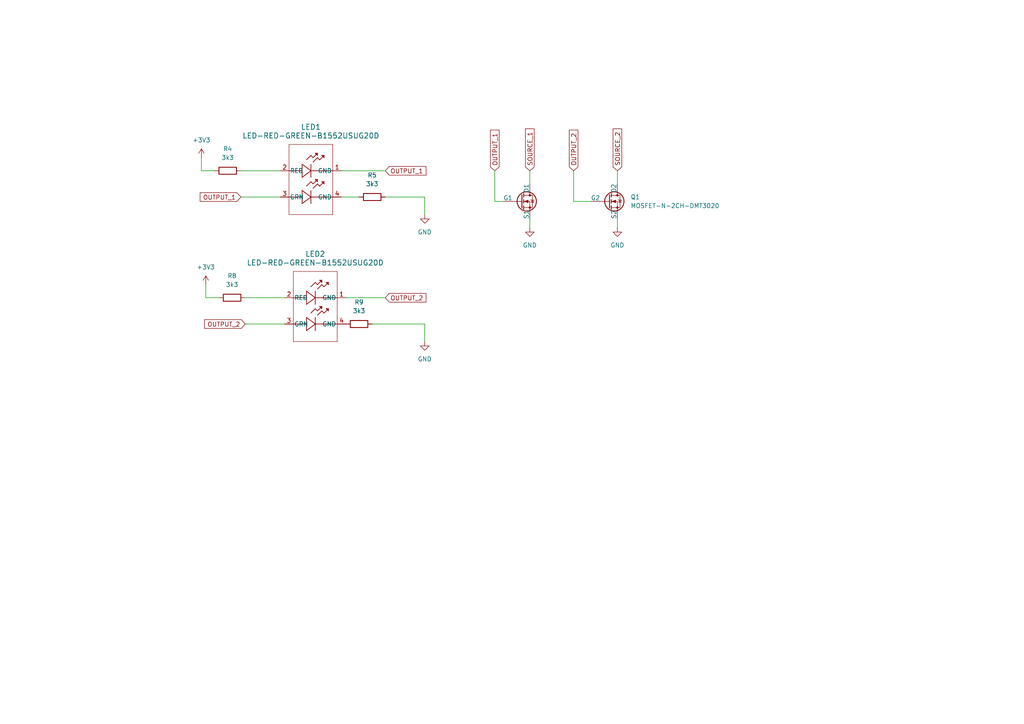
<source format=kicad_sch>
(kicad_sch (version 20231120) (generator "eeschema") (generator_version "8.0")
  (paper "A4")
  (title_block (title "ESP32-WROOM-32D Automation Board") (date "2024-01-15"))
  (lib_symbols
    (symbol "+3V3_1" (power) (pin_numbers hide) (pin_names (offset 0) hide)
      (property "Value" "+3V3" (at 0 3.556 0))
      (symbol "+3V3_1_0_1"
        (polyline (pts (xy -0.762 1.27) (xy 0 2.54)))
        (polyline (pts (xy 0 0) (xy 0 2.54)))
        (polyline (pts (xy 0 2.54) (xy 0.762 1.27)))
      )
      (symbol "+3V3_1_1_1"
        (pin power_in line (at 0 0 90) (length 0) (name "~") (number "1"))
      )
    )
    (symbol "Alexander Symbol Library:MOSFET-N-2CH-DMT3020" (pin_numbers hide) (pin_names (offset 0))
      (property "Reference" "Q" (at 5.08 1.27 0))
      (property "Value" "MOSFET-N-2CH-DMT3020" (at -11.176 12.7 0))
      (symbol "MOSFET-N-2CH-DMT3020_0_1"
        (polyline (pts (xy 0.254 0) (xy -2.54 0)))
        (polyline (pts (xy 0.254 1.905) (xy 0.254 -1.905)) (stroke (width 0.254)))
        (polyline (pts (xy 0.762 -1.27) (xy 0.762 -2.286)) (stroke (width 0.254)))
        (polyline (pts (xy 0.762 0.508) (xy 0.762 -0.508)) (stroke (width 0.254)))
        (polyline (pts (xy 0.762 2.286) (xy 0.762 1.27)) (stroke (width 0.254)))
        (polyline (pts (xy 2.54 2.54) (xy 2.54 1.778)))
        (polyline (pts (xy 25.654 0) (xy 22.86 0)))
        (polyline (pts (xy 25.654 1.905) (xy 25.654 -1.905)) (stroke (width 0.254)))
        (polyline (pts (xy 26.162 -1.27) (xy 26.162 -2.286)) (stroke (width 0.254)))
        (polyline (pts (xy 26.162 0.508) (xy 26.162 -0.508)) (stroke (width 0.254)))
        (polyline (pts (xy 26.162 2.286) (xy 26.162 1.27)) (stroke (width 0.254)))
        (polyline (pts (xy 27.94 2.54) (xy 27.94 1.778)))
        (polyline (pts (xy 2.54 -2.54) (xy 2.54 0) (xy 0.762 0)))
        (polyline (pts (xy 27.94 -2.54) (xy 27.94 0) (xy 26.162 0)))
        (polyline (pts (xy 0.762 -1.778) (xy 3.302 -1.778) (xy 3.302 1.778) (xy 0.762 1.778)))
        (polyline (pts (xy 1.016 0) (xy 2.032 0.381) (xy 2.032 -0.381) (xy 1.016 0)) (fill (type outline)))
        (polyline (pts (xy 2.794 0.508) (xy 2.921 0.381) (xy 3.683 0.381) (xy 3.81 0.254)))
        (polyline (pts (xy 3.302 0.381) (xy 2.921 -0.254) (xy 3.683 -0.254) (xy 3.302 0.381)))
        (polyline (pts (xy 26.162 -1.778) (xy 28.702 -1.778) (xy 28.702 1.778) (xy 26.162 1.778)))
        (polyline (pts (xy 26.416 0) (xy 27.432 0.381) (xy 27.432 -0.381) (xy 26.416 0)) (fill (type outline)))
        (polyline (pts (xy 28.194 0.508) (xy 28.321 0.381) (xy 29.083 0.381) (xy 29.21 0.254)))
        (polyline (pts (xy 28.702 0.381) (xy 28.321 -0.254) (xy 29.083 -0.254) (xy 28.702 0.381)))
        (circle (center 1.651 0) (radius 2.794) (stroke (width 0.254)))
        (circle (center 2.54 -1.778) (radius 0.254) (fill (type outline)))
        (circle (center 2.54 1.778) (radius 0.254) (fill (type outline)))
        (circle (center 27.051 0) (radius 2.794) (stroke (width 0.254)))
        (circle (center 27.94 -1.778) (radius 0.254) (fill (type outline)))
        (circle (center 27.94 1.778) (radius 0.254) (fill (type outline)))
      )
      (symbol "MOSFET-N-2CH-DMT3020_1_0"
        (pin passive line (at 27.94 5.08 270) (length 2.54) hide (name "D2") (number "5"))
        (pin passive line (at 2.54 5.08 270) (length 2.54) hide (name "D1") (number "7"))
      )
      (symbol "MOSFET-N-2CH-DMT3020_1_1"
        (pin passive line (at 2.54 -5.08 90) (length 2.54) (name "S1") (number "1"))
        (pin input line (at -5.08 0 0) (length 2.54) (name "G1") (number "2"))
        (pin passive line (at 27.94 -5.08 90) (length 2.54) (name "S2") (number "3"))
        (pin input line (at 20.32 0 0) (length 2.54) (name "G2") (number "4"))
        (pin passive line (at 27.94 5.08 270) (length 2.54) (name "D2") (number "6"))
        (pin passive line (at 2.54 5.08 270) (length 2.54) (name "D1") (number "8"))
      )
    )
    (symbol "Alexander_Library_Symbols:LED-RED-GREEN-B1552USUG20D" (pin_names (offset 0.254))
      (property "Reference" "LED" (at 8.89 20.955 0))
      (property "Value" "LED-RED-GREEN-B1552USUG20D" (at 8.89 17.78 0))
      (symbol "LED-RED-GREEN-B1552USUG20D_0_1"
        (polyline (pts (xy 2.54 -12.7) (xy 15.24 -12.7)) (stroke (width 0.127)))
        (polyline (pts (xy 2.54 -7.62) (xy 6.0198 -7.62)) (stroke (width 0.2032)))
        (polyline (pts (xy 2.54 0) (xy 6.0198 0)) (stroke (width 0.2032)))
        (polyline (pts (xy 2.54 7.62) (xy 2.54 -12.7)) (stroke (width 0.127)))
        (polyline (pts (xy 5.715 -7.62) (xy 6.35 -7.62)) (stroke (width 0.2032)))
        (polyline (pts (xy 5.715 0) (xy 6.35 0)) (stroke (width 0.2032)))
        (polyline (pts (xy 6.35 -9.525) (xy 8.89 -7.62)) (stroke (width 0.2032)))
        (polyline (pts (xy 6.35 -5.715) (xy 6.35 -9.525)) (stroke (width 0.2032)))
        (polyline (pts (xy 6.35 -1.905) (xy 8.89 0)) (stroke (width 0.2032)))
        (polyline (pts (xy 6.35 1.905) (xy 6.35 -1.905)) (stroke (width 0.2032)))
        (polyline (pts (xy 7.62 -4.445) (xy 8.89 -3.175)) (stroke (width 0.2032)))
        (polyline (pts (xy 7.62 3.175) (xy 8.89 4.445)) (stroke (width 0.2032)))
        (polyline (pts (xy 8.89 -9.525) (xy 8.89 -5.715)) (stroke (width 0.2032)))
        (polyline (pts (xy 8.89 -7.62) (xy 6.35 -5.715)) (stroke (width 0.2032)))
        (polyline (pts (xy 8.89 -7.62) (xy 15.24 -7.62)) (stroke (width 0.2032)))
        (polyline (pts (xy 8.89 -3.175) (xy 9.525 -3.81)) (stroke (width 0.2032)))
        (polyline (pts (xy 8.89 -1.905) (xy 8.89 1.905)) (stroke (width 0.2032)))
        (polyline (pts (xy 8.89 0) (xy 6.35 1.905)) (stroke (width 0.2032)))
        (polyline (pts (xy 8.89 0) (xy 15.24 0)) (stroke (width 0.2032)))
        (polyline (pts (xy 8.89 4.445) (xy 9.525 3.81)) (stroke (width 0.2032)))
        (polyline (pts (xy 9.525 -5.08) (xy 10.795 -3.81)) (stroke (width 0.2032)))
        (polyline (pts (xy 9.525 -3.81) (xy 10.795 -2.54)) (stroke (width 0.2032)))
        (polyline (pts (xy 9.525 2.54) (xy 10.795 3.81)) (stroke (width 0.2032)))
        (polyline (pts (xy 9.525 3.81) (xy 10.795 5.08)) (stroke (width 0.2032)))
        (polyline (pts (xy 10.16 -2.54) (xy 10.795 -3.175)) (stroke (width 0.2032)))
        (polyline (pts (xy 10.16 5.08) (xy 10.795 4.445)) (stroke (width 0.2032)))
        (polyline (pts (xy 10.795 -3.81) (xy 11.43 -4.445)) (stroke (width 0.2032)))
        (polyline (pts (xy 10.795 -3.175) (xy 10.795 -2.54)) (stroke (width 0.2032)))
        (polyline (pts (xy 10.795 -2.54) (xy 10.16 -2.54)) (stroke (width 0.2032)))
        (polyline (pts (xy 10.795 3.81) (xy 11.43 3.175)) (stroke (width 0.2032)))
        (polyline (pts (xy 10.795 4.445) (xy 10.795 5.08)) (stroke (width 0.2032)))
        (polyline (pts (xy 10.795 5.08) (xy 10.16 5.08)) (stroke (width 0.2032)))
        (polyline (pts (xy 11.43 -4.445) (xy 12.7 -3.175)) (stroke (width 0.2032)))
        (polyline (pts (xy 11.43 3.175) (xy 12.7 4.445)) (stroke (width 0.2032)))
        (polyline (pts (xy 12.065 -3.175) (xy 12.7 -3.81)) (stroke (width 0.2032)))
        (polyline (pts (xy 12.065 4.445) (xy 12.7 3.81)) (stroke (width 0.2032)))
        (polyline (pts (xy 12.7 -3.81) (xy 12.7 -3.175)) (stroke (width 0.2032)))
        (polyline (pts (xy 12.7 -3.175) (xy 12.065 -3.175)) (stroke (width 0.2032)))
        (polyline (pts (xy 12.7 3.81) (xy 12.7 4.445)) (stroke (width 0.2032)))
        (polyline (pts (xy 12.7 4.445) (xy 12.065 4.445)) (stroke (width 0.2032)))
        (polyline (pts (xy 15.24 -12.7) (xy 15.24 7.62)) (stroke (width 0.127)))
        (polyline (pts (xy 15.24 7.62) (xy 2.54 7.62)) (stroke (width 0.127)))
        (pin power_in line (at 17.78 0 180) (length 2.54) (name "GND") (number "1"))
        (pin power_out line (at 0 0 0) (length 2.54) (name "RED") (number "2"))
        (pin power_in line (at 0 -7.62 0) (length 2.54) (name "GRN") (number "3"))
        (pin power_out line (at 17.78 -7.62 180) (length 2.54) (name "GND") (number "4"))
      )
    )
    (symbol "Device:R" (pin_numbers hide) (pin_names (offset 0))
      (property "Reference" "R" (at 2.032 0 90))
      (property "Value" "R" (at 0 0 90))
      (symbol "R_0_1"
        (rectangle (start -1.016 -2.54) (end 1.016 2.54) (stroke (width 0.254)))
      )
      (symbol "R_1_1"
        (pin passive line (at 0 3.81 270) (length 1.27) (name "~") (number "1"))
        (pin passive line (at 0 -3.81 90) (length 1.27) (name "~") (number "2"))
      )
    )
    (symbol "GND_6" (power) (pin_numbers hide) (pin_names (offset 0) hide)
      (property "Value" "GND" (at 0 -3.81 0))
      (symbol "GND_6_0_1"
        (polyline (pts (xy 0 0) (xy 0 -1.27) (xy 1.27 -1.27) (xy 0 -2.54) (xy -1.27 -1.27) (xy 0 -1.27)))
      )
      (symbol "GND_6_1_1"
        (pin power_in line (at 0 0 270) (length 0) (name "~") (number "1"))
      )
    )
    (symbol "GND_7" (power) (pin_numbers hide) (pin_names (offset 0) hide)
      (property "Value" "GND" (at 0 -3.81 0))
      (symbol "GND_7_0_1"
        (polyline (pts (xy 0 0) (xy 0 -1.27) (xy 1.27 -1.27) (xy 0 -2.54) (xy -1.27 -1.27) (xy 0 -1.27)))
      )
      (symbol "GND_7_1_1"
        (pin power_in line (at 0 0 270) (length 0) (name "~") (number "1"))
      )
    )
    (symbol "power:GND" (power) (pin_names (offset 0))
      (property "Value" "GND" (at 0 -3.81 0))
      (symbol "GND_0_1"
        (polyline (pts (xy 0 0) (xy 0 -1.27) (xy 1.27 -1.27) (xy 0 -2.54) (xy -1.27 -1.27) (xy 0 -1.27)))
      )
      (symbol "GND_1_1"
        (pin power_in line (at 0 0 270) (length 0) hide (name "GND") (number "1"))
      )
    )
  )
  (wire (pts (xy 166.37 49.53) (xy 166.37 58.42)))
  (wire (pts (xy 71.12 93.98) (xy 82.55 93.98)))
  (wire (pts (xy 107.95 93.98) (xy 123.19 93.98)))
  (wire (pts (xy 153.67 63.5) (xy 153.67 66.04)))
  (wire (pts (xy 111.76 57.15) (xy 123.19 57.15)))
  (wire (pts (xy 123.19 93.98) (xy 123.19 99.06)))
  (wire (pts (xy 166.37 58.42) (xy 171.45 58.42)))
  (wire (pts (xy 100.33 86.36) (xy 111.76 86.36)))
  (wire (pts (xy 63.5 86.36) (xy 59.69 86.36)))
  (wire (pts (xy 71.12 86.36) (xy 82.55 86.36)))
  (wire (pts (xy 143.51 49.53) (xy 143.51 58.42)))
  (wire (pts (xy 179.07 63.5) (xy 179.07 66.04)))
  (wire (pts (xy 153.67 49.53) (xy 153.67 53.34)))
  (wire (pts (xy 69.85 57.15) (xy 81.28 57.15)))
  (wire (pts (xy 179.07 49.53) (xy 179.07 53.34)))
  (wire (pts (xy 58.42 49.53) (xy 58.42 45.72)))
  (wire (pts (xy 69.85 49.53) (xy 81.28 49.53)))
  (wire (pts (xy 99.06 57.15) (xy 104.14 57.15)))
  (wire (pts (xy 62.23 49.53) (xy 58.42 49.53)))
  (wire (pts (xy 59.69 86.36) (xy 59.69 82.55)))
  (wire (pts (xy 99.06 49.53) (xy 111.76 49.53)))
  (wire (pts (xy 123.19 57.15) (xy 123.19 62.23)))
  (wire (pts (xy 143.51 58.42) (xy 146.05 58.42)))
  (global_label "OUTPUT_1" (shape input) (at 143.51 49.53 90) (property "Intersheetrefs" "${INTERSHEET_REFS}" (effects (hide yes))))
  (global_label "SOURCE_2" (shape input) (at 179.07 49.53 90) (property "Intersheetrefs" "${INTERSHEET_REFS}" (effects (hide yes))))
  (global_label "OUTPUT_2" (shape input) (at 166.37 49.53 90) (property "Intersheetrefs" "${INTERSHEET_REFS}" (effects (hide yes))))
  (global_label "OUTPUT_1" (shape input) (at 111.76 49.53 0) (property "Intersheetrefs" "${INTERSHEET_REFS}" (effects (hide yes))))
  (global_label "SOURCE_1" (shape input) (at 153.67 49.53 90) (property "Intersheetrefs" "${INTERSHEET_REFS}" (effects (hide yes))))
  (global_label "OUTPUT_2" (shape input) (at 111.76 86.36 0) (property "Intersheetrefs" "${INTERSHEET_REFS}" (effects (hide yes))))
  (global_label "OUTPUT_2" (shape input) (at 71.12 93.98 180) (property "Intersheetrefs" "${INTERSHEET_REFS}" (effects (hide yes))))
  (global_label "OUTPUT_1" (shape input) (at 69.85 57.15 180) (property "Intersheetrefs" "${INTERSHEET_REFS}" (effects (hide yes))))
  (symbol (lib_id "Device:R") (at 104.14 93.98 270) (unit 1)
    (property "Reference" "R9" (at 104.14 87.63 90))
    (property "Value" "3k3" (at 104.14 90.17 90))
    (property "Footprint" "Resistor_SMD:R_1206_3216Metric_Pad1.30x1.75mm_HandSolder" (effects (hide yes)))
    (property "Description" "Resistor" (effects (hide yes)))
  )
  (symbol (lib_name "+3V3_1") (lib_id "power:+3V3") (at 58.42 45.72 0) (unit 1)
    (property "Reference" "#PWR022" (effects (hide yes)))
    (property "Value" "+3V3" (at 58.42 40.64 0))
    (property "Description" "Power symbol creates a global label with name \"+3V3\"" (effects (hide yes)))
  )
  (symbol (lib_id "power:GND") (at 123.19 62.23 0) (unit 1)
    (property "Reference" "#PWR025" (effects (hide yes)))
    (property "Value" "GND" (at 123.19 67.31 0))
    (property "Description" "Power symbol creates a global label with name \"GND\" , ground" (effects (hide yes)))
  )
  (symbol (lib_id "Device:R") (at 66.04 49.53 270) (unit 1)
    (property "Reference" "R4" (at 66.04 43.18 90))
    (property "Value" "3k3" (at 66.04 45.72 90))
    (property "Footprint" "Resistor_SMD:R_1206_3216Metric_Pad1.30x1.75mm_HandSolder" (effects (hide yes)))
    (property "Description" "Resistor" (effects (hide yes)))
  )
  (symbol (lib_id "Alexander_Library_Symbols:LED-RED-GREEN-B1552USUG20D") (at 82.55 86.36 0) (unit 1)
    (property "Reference" "LED2" (at 91.44 73.66 0) (effects (font (size 1.524 1.524))))
    (property "Value" "LED-RED-GREEN-B1552USUG20D" (at 91.44 76.2 0) (effects (font (size 1.524 1.524))))
    (property "Footprint" "Alexander Footprint Library:B1552_HVK-M" (effects (hide yes)))
    (property "Datasheet" "B1552USUG20D000113U1930" (effects (hide yes)))
  )
  (symbol (lib_id "Alexander Symbol Library:MOSFET-N-2CH-DMT3020") (at 151.13 58.42 0) (unit 1)
    (property "Reference" "Q1" (at 182.88 57.1499 0) (effects (justify left)))
    (property "Value" "MOSFET-N-2CH-DMT3020" (at 182.88 59.6899 0) (effects (justify left)))
    (property "Footprint" "Alexander Footprint Library:MOSFET-N-2CH-DMT3020-SO-8" (effects (hide yes)))
    (property "Description" "N-MOSFET transistor, drain/source/gate" (effects (hide yes)))
    (property "Sim.Device" "NMOS" (effects (hide yes)))
    (property "Sim.Type" "VDMOS" (effects (hide yes)))
    (property "Sim.Pins" "1=D 2=G 3=S" (effects (hide yes)))
  )
  (symbol (lib_name "GND_6") (lib_id "power:GND") (at 153.67 66.04 0) (unit 1)
    (property "Reference" "#PWR021" (effects (hide yes)))
    (property "Value" "GND" (at 153.67 71.12 0))
    (property "Description" "Power symbol creates a global label with name \"GND\" , ground" (effects (hide yes)))
  )
  (symbol (lib_id "power:GND") (at 123.19 99.06 0) (unit 1)
    (property "Reference" "#PWR027" (effects (hide yes)))
    (property "Value" "GND" (at 123.19 104.14 0))
    (property "Description" "Power symbol creates a global label with name \"GND\" , ground" (effects (hide yes)))
  )
  (symbol (lib_name "GND_7") (lib_id "power:GND") (at 179.07 66.04 0) (unit 1)
    (property "Reference" "#PWR023" (effects (hide yes)))
    (property "Value" "GND" (at 179.07 71.12 0))
    (property "Description" "Power symbol creates a global label with name \"GND\" , ground" (effects (hide yes)))
  )
  (symbol (lib_id "Device:R") (at 67.31 86.36 270) (unit 1)
    (property "Reference" "R8" (at 67.31 80.01 90))
    (property "Value" "3k3" (at 67.31 82.55 90))
    (property "Footprint" "Resistor_SMD:R_1206_3216Metric_Pad1.30x1.75mm_HandSolder" (effects (hide yes)))
    (property "Description" "Resistor" (effects (hide yes)))
  )
  (symbol (lib_name "+3V3_1") (lib_id "power:+3V3") (at 59.69 82.55 0) (unit 1)
    (property "Reference" "#PWR026" (effects (hide yes)))
    (property "Value" "+3V3" (at 59.69 77.47 0))
    (property "Description" "Power symbol creates a global label with name \"+3V3\"" (effects (hide yes)))
  )
  (symbol (lib_id "Device:R") (at 107.95 57.15 270) (unit 1)
    (property "Reference" "R5" (at 107.95 50.8 90))
    (property "Value" "3k3" (at 107.95 53.34 90))
    (property "Footprint" "Resistor_SMD:R_1206_3216Metric_Pad1.30x1.75mm_HandSolder" (effects (hide yes)))
    (property "Description" "Resistor" (effects (hide yes)))
  )
  (symbol (lib_id "Alexander_Library_Symbols:LED-RED-GREEN-B1552USUG20D") (at 81.28 49.53 0) (unit 1)
    (property "Reference" "LED1" (at 90.17 36.83 0) (effects (font (size 1.524 1.524))))
    (property "Value" "LED-RED-GREEN-B1552USUG20D" (at 90.17 39.37 0) (effects (font (size 1.524 1.524))))
    (property "Footprint" "Alexander Footprint Library:B1552_HVK-M" (effects (hide yes)))
    (property "Datasheet" "B1552USUG20D000113U1930" (effects (hide yes)))
  )
)
</source>
